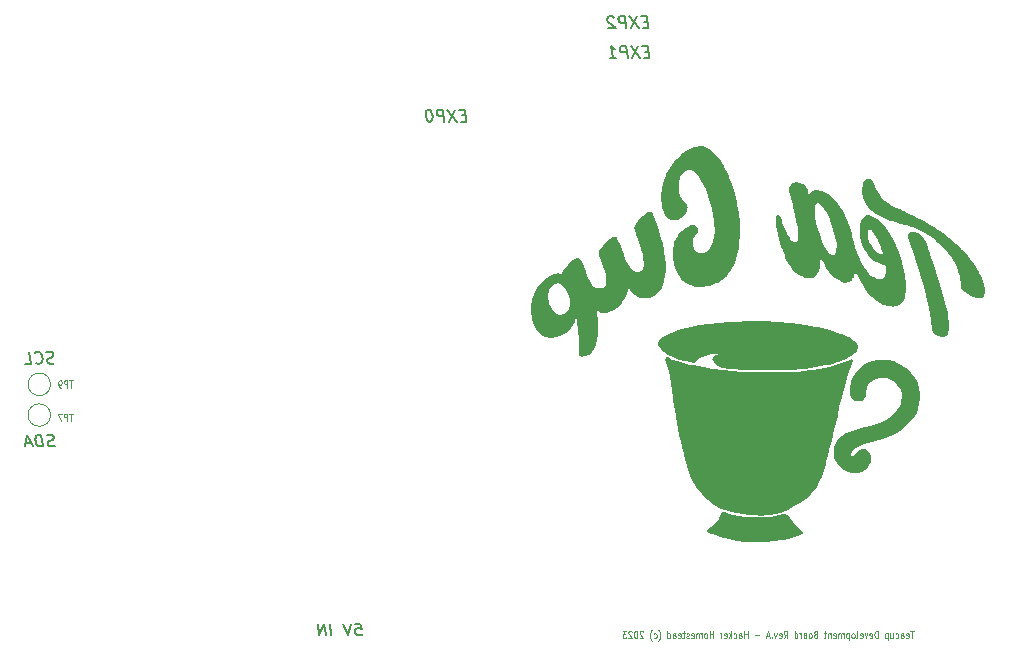
<source format=gbr>
%TF.GenerationSoftware,KiCad,Pcbnew,(6.0.6-0)*%
%TF.CreationDate,2023-04-01T16:22:28+01:00*%
%TF.ProjectId,Teacup,54656163-7570-42e6-9b69-6361645f7063,A*%
%TF.SameCoordinates,Original*%
%TF.FileFunction,Legend,Bot*%
%TF.FilePolarity,Positive*%
%FSLAX46Y46*%
G04 Gerber Fmt 4.6, Leading zero omitted, Abs format (unit mm)*
G04 Created by KiCad (PCBNEW (6.0.6-0)) date 2023-04-01 16:22:28*
%MOMM*%
%LPD*%
G01*
G04 APERTURE LIST*
%ADD10C,0.150000*%
%ADD11C,0.120000*%
G04 APERTURE END LIST*
D10*
X201295863Y-61628571D02*
X200962529Y-61628571D01*
X200885148Y-62152380D02*
X201361339Y-62152380D01*
X201236339Y-61152380D01*
X200760148Y-61152380D01*
X200426815Y-61152380D02*
X199885148Y-62152380D01*
X199760148Y-61152380D02*
X200551815Y-62152380D01*
X199504196Y-62152380D02*
X199379196Y-61152380D01*
X198998244Y-61152380D01*
X198908958Y-61200000D01*
X198867291Y-61247619D01*
X198831577Y-61342857D01*
X198849434Y-61485714D01*
X198908958Y-61580952D01*
X198962529Y-61628571D01*
X199063720Y-61676190D01*
X199444672Y-61676190D01*
X198188720Y-61152380D02*
X198093482Y-61152380D01*
X198004196Y-61200000D01*
X197962529Y-61247619D01*
X197926815Y-61342857D01*
X197903005Y-61533333D01*
X197932767Y-61771428D01*
X198004196Y-61961904D01*
X198063720Y-62057142D01*
X198117291Y-62104761D01*
X198218482Y-62152380D01*
X198313720Y-62152380D01*
X198403005Y-62104761D01*
X198444672Y-62057142D01*
X198480386Y-61961904D01*
X198504196Y-61771428D01*
X198474434Y-61533333D01*
X198403005Y-61342857D01*
X198343482Y-61247619D01*
X198289910Y-61200000D01*
X198188720Y-61152380D01*
D11*
X239245238Y-105271428D02*
X238959523Y-105271428D01*
X239102380Y-105871428D02*
X239102380Y-105271428D01*
X238602380Y-105842857D02*
X238650000Y-105871428D01*
X238745238Y-105871428D01*
X238792857Y-105842857D01*
X238816666Y-105785714D01*
X238816666Y-105557142D01*
X238792857Y-105500000D01*
X238745238Y-105471428D01*
X238650000Y-105471428D01*
X238602380Y-105500000D01*
X238578571Y-105557142D01*
X238578571Y-105614285D01*
X238816666Y-105671428D01*
X238150000Y-105871428D02*
X238150000Y-105557142D01*
X238173809Y-105500000D01*
X238221428Y-105471428D01*
X238316666Y-105471428D01*
X238364285Y-105500000D01*
X238150000Y-105842857D02*
X238197619Y-105871428D01*
X238316666Y-105871428D01*
X238364285Y-105842857D01*
X238388095Y-105785714D01*
X238388095Y-105728571D01*
X238364285Y-105671428D01*
X238316666Y-105642857D01*
X238197619Y-105642857D01*
X238150000Y-105614285D01*
X237697619Y-105842857D02*
X237745238Y-105871428D01*
X237840476Y-105871428D01*
X237888095Y-105842857D01*
X237911904Y-105814285D01*
X237935714Y-105757142D01*
X237935714Y-105585714D01*
X237911904Y-105528571D01*
X237888095Y-105500000D01*
X237840476Y-105471428D01*
X237745238Y-105471428D01*
X237697619Y-105500000D01*
X237269047Y-105471428D02*
X237269047Y-105871428D01*
X237483333Y-105471428D02*
X237483333Y-105785714D01*
X237459523Y-105842857D01*
X237411904Y-105871428D01*
X237340476Y-105871428D01*
X237292857Y-105842857D01*
X237269047Y-105814285D01*
X237030952Y-105471428D02*
X237030952Y-106071428D01*
X237030952Y-105500000D02*
X236983333Y-105471428D01*
X236888095Y-105471428D01*
X236840476Y-105500000D01*
X236816666Y-105528571D01*
X236792857Y-105585714D01*
X236792857Y-105757142D01*
X236816666Y-105814285D01*
X236840476Y-105842857D01*
X236888095Y-105871428D01*
X236983333Y-105871428D01*
X237030952Y-105842857D01*
X236197619Y-105871428D02*
X236197619Y-105271428D01*
X236078571Y-105271428D01*
X236007142Y-105300000D01*
X235959523Y-105357142D01*
X235935714Y-105414285D01*
X235911904Y-105528571D01*
X235911904Y-105614285D01*
X235935714Y-105728571D01*
X235959523Y-105785714D01*
X236007142Y-105842857D01*
X236078571Y-105871428D01*
X236197619Y-105871428D01*
X235507142Y-105842857D02*
X235554761Y-105871428D01*
X235650000Y-105871428D01*
X235697619Y-105842857D01*
X235721428Y-105785714D01*
X235721428Y-105557142D01*
X235697619Y-105500000D01*
X235650000Y-105471428D01*
X235554761Y-105471428D01*
X235507142Y-105500000D01*
X235483333Y-105557142D01*
X235483333Y-105614285D01*
X235721428Y-105671428D01*
X235316666Y-105471428D02*
X235197619Y-105871428D01*
X235078571Y-105471428D01*
X234697619Y-105842857D02*
X234745238Y-105871428D01*
X234840476Y-105871428D01*
X234888095Y-105842857D01*
X234911904Y-105785714D01*
X234911904Y-105557142D01*
X234888095Y-105500000D01*
X234840476Y-105471428D01*
X234745238Y-105471428D01*
X234697619Y-105500000D01*
X234673809Y-105557142D01*
X234673809Y-105614285D01*
X234911904Y-105671428D01*
X234388095Y-105871428D02*
X234435714Y-105842857D01*
X234459523Y-105785714D01*
X234459523Y-105271428D01*
X234126190Y-105871428D02*
X234173809Y-105842857D01*
X234197619Y-105814285D01*
X234221428Y-105757142D01*
X234221428Y-105585714D01*
X234197619Y-105528571D01*
X234173809Y-105500000D01*
X234126190Y-105471428D01*
X234054761Y-105471428D01*
X234007142Y-105500000D01*
X233983333Y-105528571D01*
X233959523Y-105585714D01*
X233959523Y-105757142D01*
X233983333Y-105814285D01*
X234007142Y-105842857D01*
X234054761Y-105871428D01*
X234126190Y-105871428D01*
X233745238Y-105471428D02*
X233745238Y-106071428D01*
X233745238Y-105500000D02*
X233697619Y-105471428D01*
X233602380Y-105471428D01*
X233554761Y-105500000D01*
X233530952Y-105528571D01*
X233507142Y-105585714D01*
X233507142Y-105757142D01*
X233530952Y-105814285D01*
X233554761Y-105842857D01*
X233602380Y-105871428D01*
X233697619Y-105871428D01*
X233745238Y-105842857D01*
X233292857Y-105871428D02*
X233292857Y-105471428D01*
X233292857Y-105528571D02*
X233269047Y-105500000D01*
X233221428Y-105471428D01*
X233150000Y-105471428D01*
X233102380Y-105500000D01*
X233078571Y-105557142D01*
X233078571Y-105871428D01*
X233078571Y-105557142D02*
X233054761Y-105500000D01*
X233007142Y-105471428D01*
X232935714Y-105471428D01*
X232888095Y-105500000D01*
X232864285Y-105557142D01*
X232864285Y-105871428D01*
X232435714Y-105842857D02*
X232483333Y-105871428D01*
X232578571Y-105871428D01*
X232626190Y-105842857D01*
X232650000Y-105785714D01*
X232650000Y-105557142D01*
X232626190Y-105500000D01*
X232578571Y-105471428D01*
X232483333Y-105471428D01*
X232435714Y-105500000D01*
X232411904Y-105557142D01*
X232411904Y-105614285D01*
X232650000Y-105671428D01*
X232197619Y-105471428D02*
X232197619Y-105871428D01*
X232197619Y-105528571D02*
X232173809Y-105500000D01*
X232126190Y-105471428D01*
X232054761Y-105471428D01*
X232007142Y-105500000D01*
X231983333Y-105557142D01*
X231983333Y-105871428D01*
X231816666Y-105471428D02*
X231626190Y-105471428D01*
X231745238Y-105271428D02*
X231745238Y-105785714D01*
X231721428Y-105842857D01*
X231673809Y-105871428D01*
X231626190Y-105871428D01*
X230911904Y-105557142D02*
X230840476Y-105585714D01*
X230816666Y-105614285D01*
X230792857Y-105671428D01*
X230792857Y-105757142D01*
X230816666Y-105814285D01*
X230840476Y-105842857D01*
X230888095Y-105871428D01*
X231078571Y-105871428D01*
X231078571Y-105271428D01*
X230911904Y-105271428D01*
X230864285Y-105300000D01*
X230840476Y-105328571D01*
X230816666Y-105385714D01*
X230816666Y-105442857D01*
X230840476Y-105500000D01*
X230864285Y-105528571D01*
X230911904Y-105557142D01*
X231078571Y-105557142D01*
X230507142Y-105871428D02*
X230554761Y-105842857D01*
X230578571Y-105814285D01*
X230602380Y-105757142D01*
X230602380Y-105585714D01*
X230578571Y-105528571D01*
X230554761Y-105500000D01*
X230507142Y-105471428D01*
X230435714Y-105471428D01*
X230388095Y-105500000D01*
X230364285Y-105528571D01*
X230340476Y-105585714D01*
X230340476Y-105757142D01*
X230364285Y-105814285D01*
X230388095Y-105842857D01*
X230435714Y-105871428D01*
X230507142Y-105871428D01*
X229911904Y-105871428D02*
X229911904Y-105557142D01*
X229935714Y-105500000D01*
X229983333Y-105471428D01*
X230078571Y-105471428D01*
X230126190Y-105500000D01*
X229911904Y-105842857D02*
X229959523Y-105871428D01*
X230078571Y-105871428D01*
X230126190Y-105842857D01*
X230150000Y-105785714D01*
X230150000Y-105728571D01*
X230126190Y-105671428D01*
X230078571Y-105642857D01*
X229959523Y-105642857D01*
X229911904Y-105614285D01*
X229673809Y-105871428D02*
X229673809Y-105471428D01*
X229673809Y-105585714D02*
X229650000Y-105528571D01*
X229626190Y-105500000D01*
X229578571Y-105471428D01*
X229530952Y-105471428D01*
X229150000Y-105871428D02*
X229150000Y-105271428D01*
X229150000Y-105842857D02*
X229197619Y-105871428D01*
X229292857Y-105871428D01*
X229340476Y-105842857D01*
X229364285Y-105814285D01*
X229388095Y-105757142D01*
X229388095Y-105585714D01*
X229364285Y-105528571D01*
X229340476Y-105500000D01*
X229292857Y-105471428D01*
X229197619Y-105471428D01*
X229150000Y-105500000D01*
X228245238Y-105871428D02*
X228411904Y-105585714D01*
X228530952Y-105871428D02*
X228530952Y-105271428D01*
X228340476Y-105271428D01*
X228292857Y-105300000D01*
X228269047Y-105328571D01*
X228245238Y-105385714D01*
X228245238Y-105471428D01*
X228269047Y-105528571D01*
X228292857Y-105557142D01*
X228340476Y-105585714D01*
X228530952Y-105585714D01*
X227840476Y-105842857D02*
X227888095Y-105871428D01*
X227983333Y-105871428D01*
X228030952Y-105842857D01*
X228054761Y-105785714D01*
X228054761Y-105557142D01*
X228030952Y-105500000D01*
X227983333Y-105471428D01*
X227888095Y-105471428D01*
X227840476Y-105500000D01*
X227816666Y-105557142D01*
X227816666Y-105614285D01*
X228054761Y-105671428D01*
X227650000Y-105471428D02*
X227530952Y-105871428D01*
X227411904Y-105471428D01*
X227221428Y-105814285D02*
X227197619Y-105842857D01*
X227221428Y-105871428D01*
X227245238Y-105842857D01*
X227221428Y-105814285D01*
X227221428Y-105871428D01*
X227007142Y-105700000D02*
X226769047Y-105700000D01*
X227054761Y-105871428D02*
X226888095Y-105271428D01*
X226721428Y-105871428D01*
X226173809Y-105642857D02*
X225792857Y-105642857D01*
X225173809Y-105871428D02*
X225173809Y-105271428D01*
X225173809Y-105557142D02*
X224888095Y-105557142D01*
X224888095Y-105871428D02*
X224888095Y-105271428D01*
X224435714Y-105871428D02*
X224435714Y-105557142D01*
X224459523Y-105500000D01*
X224507142Y-105471428D01*
X224602380Y-105471428D01*
X224650000Y-105500000D01*
X224435714Y-105842857D02*
X224483333Y-105871428D01*
X224602380Y-105871428D01*
X224650000Y-105842857D01*
X224673809Y-105785714D01*
X224673809Y-105728571D01*
X224650000Y-105671428D01*
X224602380Y-105642857D01*
X224483333Y-105642857D01*
X224435714Y-105614285D01*
X223983333Y-105842857D02*
X224030952Y-105871428D01*
X224126190Y-105871428D01*
X224173809Y-105842857D01*
X224197619Y-105814285D01*
X224221428Y-105757142D01*
X224221428Y-105585714D01*
X224197619Y-105528571D01*
X224173809Y-105500000D01*
X224126190Y-105471428D01*
X224030952Y-105471428D01*
X223983333Y-105500000D01*
X223769047Y-105871428D02*
X223769047Y-105271428D01*
X223721428Y-105642857D02*
X223578571Y-105871428D01*
X223578571Y-105471428D02*
X223769047Y-105700000D01*
X223173809Y-105842857D02*
X223221428Y-105871428D01*
X223316666Y-105871428D01*
X223364285Y-105842857D01*
X223388095Y-105785714D01*
X223388095Y-105557142D01*
X223364285Y-105500000D01*
X223316666Y-105471428D01*
X223221428Y-105471428D01*
X223173809Y-105500000D01*
X223150000Y-105557142D01*
X223150000Y-105614285D01*
X223388095Y-105671428D01*
X222935714Y-105871428D02*
X222935714Y-105471428D01*
X222935714Y-105585714D02*
X222911904Y-105528571D01*
X222888095Y-105500000D01*
X222840476Y-105471428D01*
X222792857Y-105471428D01*
X222245238Y-105871428D02*
X222245238Y-105271428D01*
X222245238Y-105557142D02*
X221959523Y-105557142D01*
X221959523Y-105871428D02*
X221959523Y-105271428D01*
X221650000Y-105871428D02*
X221697619Y-105842857D01*
X221721428Y-105814285D01*
X221745238Y-105757142D01*
X221745238Y-105585714D01*
X221721428Y-105528571D01*
X221697619Y-105500000D01*
X221650000Y-105471428D01*
X221578571Y-105471428D01*
X221530952Y-105500000D01*
X221507142Y-105528571D01*
X221483333Y-105585714D01*
X221483333Y-105757142D01*
X221507142Y-105814285D01*
X221530952Y-105842857D01*
X221578571Y-105871428D01*
X221650000Y-105871428D01*
X221269047Y-105871428D02*
X221269047Y-105471428D01*
X221269047Y-105528571D02*
X221245238Y-105500000D01*
X221197619Y-105471428D01*
X221126190Y-105471428D01*
X221078571Y-105500000D01*
X221054761Y-105557142D01*
X221054761Y-105871428D01*
X221054761Y-105557142D02*
X221030952Y-105500000D01*
X220983333Y-105471428D01*
X220911904Y-105471428D01*
X220864285Y-105500000D01*
X220840476Y-105557142D01*
X220840476Y-105871428D01*
X220411904Y-105842857D02*
X220459523Y-105871428D01*
X220554761Y-105871428D01*
X220602380Y-105842857D01*
X220626190Y-105785714D01*
X220626190Y-105557142D01*
X220602380Y-105500000D01*
X220554761Y-105471428D01*
X220459523Y-105471428D01*
X220411904Y-105500000D01*
X220388095Y-105557142D01*
X220388095Y-105614285D01*
X220626190Y-105671428D01*
X220197619Y-105842857D02*
X220150000Y-105871428D01*
X220054761Y-105871428D01*
X220007142Y-105842857D01*
X219983333Y-105785714D01*
X219983333Y-105757142D01*
X220007142Y-105700000D01*
X220054761Y-105671428D01*
X220126190Y-105671428D01*
X220173809Y-105642857D01*
X220197619Y-105585714D01*
X220197619Y-105557142D01*
X220173809Y-105500000D01*
X220126190Y-105471428D01*
X220054761Y-105471428D01*
X220007142Y-105500000D01*
X219840476Y-105471428D02*
X219650000Y-105471428D01*
X219769047Y-105271428D02*
X219769047Y-105785714D01*
X219745238Y-105842857D01*
X219697619Y-105871428D01*
X219650000Y-105871428D01*
X219292857Y-105842857D02*
X219340476Y-105871428D01*
X219435714Y-105871428D01*
X219483333Y-105842857D01*
X219507142Y-105785714D01*
X219507142Y-105557142D01*
X219483333Y-105500000D01*
X219435714Y-105471428D01*
X219340476Y-105471428D01*
X219292857Y-105500000D01*
X219269047Y-105557142D01*
X219269047Y-105614285D01*
X219507142Y-105671428D01*
X218840476Y-105871428D02*
X218840476Y-105557142D01*
X218864285Y-105500000D01*
X218911904Y-105471428D01*
X219007142Y-105471428D01*
X219054761Y-105500000D01*
X218840476Y-105842857D02*
X218888095Y-105871428D01*
X219007142Y-105871428D01*
X219054761Y-105842857D01*
X219078571Y-105785714D01*
X219078571Y-105728571D01*
X219054761Y-105671428D01*
X219007142Y-105642857D01*
X218888095Y-105642857D01*
X218840476Y-105614285D01*
X218388095Y-105871428D02*
X218388095Y-105271428D01*
X218388095Y-105842857D02*
X218435714Y-105871428D01*
X218530952Y-105871428D01*
X218578571Y-105842857D01*
X218602380Y-105814285D01*
X218626190Y-105757142D01*
X218626190Y-105585714D01*
X218602380Y-105528571D01*
X218578571Y-105500000D01*
X218530952Y-105471428D01*
X218435714Y-105471428D01*
X218388095Y-105500000D01*
X217626190Y-106100000D02*
X217650000Y-106071428D01*
X217697619Y-105985714D01*
X217721428Y-105928571D01*
X217745238Y-105842857D01*
X217769047Y-105700000D01*
X217769047Y-105585714D01*
X217745238Y-105442857D01*
X217721428Y-105357142D01*
X217697619Y-105300000D01*
X217650000Y-105214285D01*
X217626190Y-105185714D01*
X217221428Y-105842857D02*
X217269047Y-105871428D01*
X217364285Y-105871428D01*
X217411904Y-105842857D01*
X217435714Y-105814285D01*
X217459523Y-105757142D01*
X217459523Y-105585714D01*
X217435714Y-105528571D01*
X217411904Y-105500000D01*
X217364285Y-105471428D01*
X217269047Y-105471428D01*
X217221428Y-105500000D01*
X217054761Y-106100000D02*
X217030952Y-106071428D01*
X216983333Y-105985714D01*
X216959523Y-105928571D01*
X216935714Y-105842857D01*
X216911904Y-105700000D01*
X216911904Y-105585714D01*
X216935714Y-105442857D01*
X216959523Y-105357142D01*
X216983333Y-105300000D01*
X217030952Y-105214285D01*
X217054761Y-105185714D01*
X216316666Y-105328571D02*
X216292857Y-105300000D01*
X216245238Y-105271428D01*
X216126190Y-105271428D01*
X216078571Y-105300000D01*
X216054761Y-105328571D01*
X216030952Y-105385714D01*
X216030952Y-105442857D01*
X216054761Y-105528571D01*
X216340476Y-105871428D01*
X216030952Y-105871428D01*
X215721428Y-105271428D02*
X215673809Y-105271428D01*
X215626190Y-105300000D01*
X215602380Y-105328571D01*
X215578571Y-105385714D01*
X215554761Y-105500000D01*
X215554761Y-105642857D01*
X215578571Y-105757142D01*
X215602380Y-105814285D01*
X215626190Y-105842857D01*
X215673809Y-105871428D01*
X215721428Y-105871428D01*
X215769047Y-105842857D01*
X215792857Y-105814285D01*
X215816666Y-105757142D01*
X215840476Y-105642857D01*
X215840476Y-105500000D01*
X215816666Y-105385714D01*
X215792857Y-105328571D01*
X215769047Y-105300000D01*
X215721428Y-105271428D01*
X215364285Y-105328571D02*
X215340476Y-105300000D01*
X215292857Y-105271428D01*
X215173809Y-105271428D01*
X215126190Y-105300000D01*
X215102380Y-105328571D01*
X215078571Y-105385714D01*
X215078571Y-105442857D01*
X215102380Y-105528571D01*
X215388095Y-105871428D01*
X215078571Y-105871428D01*
X214911904Y-105271428D02*
X214602380Y-105271428D01*
X214769047Y-105500000D01*
X214697619Y-105500000D01*
X214650000Y-105528571D01*
X214626190Y-105557142D01*
X214602380Y-105614285D01*
X214602380Y-105757142D01*
X214626190Y-105814285D01*
X214650000Y-105842857D01*
X214697619Y-105871428D01*
X214840476Y-105871428D01*
X214888095Y-105842857D01*
X214911904Y-105814285D01*
D10*
X166479196Y-82604761D02*
X166342291Y-82652380D01*
X166104196Y-82652380D01*
X166003005Y-82604761D01*
X165949434Y-82557142D01*
X165889910Y-82461904D01*
X165878005Y-82366666D01*
X165913720Y-82271428D01*
X165955386Y-82223809D01*
X166044672Y-82176190D01*
X166229196Y-82128571D01*
X166318482Y-82080952D01*
X166360148Y-82033333D01*
X166395863Y-81938095D01*
X166383958Y-81842857D01*
X166324434Y-81747619D01*
X166270863Y-81700000D01*
X166169672Y-81652380D01*
X165931577Y-81652380D01*
X165794672Y-81700000D01*
X164901815Y-82557142D02*
X164955386Y-82604761D01*
X165104196Y-82652380D01*
X165199434Y-82652380D01*
X165336339Y-82604761D01*
X165419672Y-82509523D01*
X165455386Y-82414285D01*
X165479196Y-82223809D01*
X165461339Y-82080952D01*
X165389910Y-81890476D01*
X165330386Y-81795238D01*
X165223244Y-81700000D01*
X165074434Y-81652380D01*
X164979196Y-81652380D01*
X164842291Y-81700000D01*
X164800625Y-81747619D01*
X164008958Y-82652380D02*
X164485148Y-82652380D01*
X164360148Y-81652380D01*
X191903005Y-104652380D02*
X192379196Y-104652380D01*
X192486339Y-105128571D01*
X192432767Y-105080952D01*
X192331577Y-105033333D01*
X192093482Y-105033333D01*
X192004196Y-105080952D01*
X191962529Y-105128571D01*
X191926815Y-105223809D01*
X191956577Y-105461904D01*
X192016101Y-105557142D01*
X192069672Y-105604761D01*
X192170863Y-105652380D01*
X192408958Y-105652380D01*
X192498244Y-105604761D01*
X192539910Y-105557142D01*
X191569672Y-104652380D02*
X191361339Y-105652380D01*
X190903005Y-104652380D01*
X189932767Y-105652380D02*
X189807767Y-104652380D01*
X189456577Y-105652380D02*
X189331577Y-104652380D01*
X188885148Y-105652380D01*
X188760148Y-104652380D01*
X166503005Y-89604761D02*
X166366101Y-89652380D01*
X166128005Y-89652380D01*
X166026815Y-89604761D01*
X165973244Y-89557142D01*
X165913720Y-89461904D01*
X165901815Y-89366666D01*
X165937529Y-89271428D01*
X165979196Y-89223809D01*
X166068482Y-89176190D01*
X166253005Y-89128571D01*
X166342291Y-89080952D01*
X166383958Y-89033333D01*
X166419672Y-88938095D01*
X166407767Y-88842857D01*
X166348244Y-88747619D01*
X166294672Y-88700000D01*
X166193482Y-88652380D01*
X165955386Y-88652380D01*
X165818482Y-88700000D01*
X165508958Y-89652380D02*
X165383958Y-88652380D01*
X165145863Y-88652380D01*
X165008958Y-88700000D01*
X164925625Y-88795238D01*
X164889910Y-88890476D01*
X164866101Y-89080952D01*
X164883958Y-89223809D01*
X164955386Y-89414285D01*
X165014910Y-89509523D01*
X165122053Y-89604761D01*
X165270863Y-89652380D01*
X165508958Y-89652380D01*
X164520863Y-89366666D02*
X164044672Y-89366666D01*
X164651815Y-89652380D02*
X164193482Y-88652380D01*
X163985148Y-89652380D01*
X216795863Y-56228571D02*
X216462529Y-56228571D01*
X216385148Y-56752380D02*
X216861339Y-56752380D01*
X216736339Y-55752380D01*
X216260148Y-55752380D01*
X215926815Y-55752380D02*
X215385148Y-56752380D01*
X215260148Y-55752380D02*
X216051815Y-56752380D01*
X215004196Y-56752380D02*
X214879196Y-55752380D01*
X214498244Y-55752380D01*
X214408958Y-55800000D01*
X214367291Y-55847619D01*
X214331577Y-55942857D01*
X214349434Y-56085714D01*
X214408958Y-56180952D01*
X214462529Y-56228571D01*
X214563720Y-56276190D01*
X214944672Y-56276190D01*
X213480386Y-56752380D02*
X214051815Y-56752380D01*
X213766101Y-56752380D02*
X213641101Y-55752380D01*
X213754196Y-55895238D01*
X213861339Y-55990476D01*
X213962529Y-56038095D01*
X216695863Y-53728571D02*
X216362529Y-53728571D01*
X216285148Y-54252380D02*
X216761339Y-54252380D01*
X216636339Y-53252380D01*
X216160148Y-53252380D01*
X215826815Y-53252380D02*
X215285148Y-54252380D01*
X215160148Y-53252380D02*
X215951815Y-54252380D01*
X214904196Y-54252380D02*
X214779196Y-53252380D01*
X214398244Y-53252380D01*
X214308958Y-53300000D01*
X214267291Y-53347619D01*
X214231577Y-53442857D01*
X214249434Y-53585714D01*
X214308958Y-53680952D01*
X214362529Y-53728571D01*
X214463720Y-53776190D01*
X214844672Y-53776190D01*
X213838720Y-53347619D02*
X213785148Y-53300000D01*
X213683958Y-53252380D01*
X213445863Y-53252380D01*
X213356577Y-53300000D01*
X213314910Y-53347619D01*
X213279196Y-53442857D01*
X213291101Y-53538095D01*
X213356577Y-53680952D01*
X213999434Y-54252380D01*
X213380386Y-54252380D01*
D11*
%TO.C,G\u002A\u002A\u002A*%
X226440476Y-81900000D02*
X226488095Y-81871428D01*
X226559523Y-81871428D01*
X226630952Y-81900000D01*
X226678571Y-81957142D01*
X226702380Y-82014285D01*
X226726190Y-82128571D01*
X226726190Y-82214285D01*
X226702380Y-82328571D01*
X226678571Y-82385714D01*
X226630952Y-82442857D01*
X226559523Y-82471428D01*
X226511904Y-82471428D01*
X226440476Y-82442857D01*
X226416666Y-82414285D01*
X226416666Y-82214285D01*
X226511904Y-82214285D01*
X226130952Y-81871428D02*
X226130952Y-82014285D01*
X226250000Y-81957142D02*
X226130952Y-82014285D01*
X226011904Y-81957142D01*
X226202380Y-82128571D02*
X226130952Y-82014285D01*
X226059523Y-82128571D01*
X225750000Y-81871428D02*
X225750000Y-82014285D01*
X225869047Y-81957142D02*
X225750000Y-82014285D01*
X225630952Y-81957142D01*
X225821428Y-82128571D02*
X225750000Y-82014285D01*
X225678571Y-82128571D01*
X225369047Y-81871428D02*
X225369047Y-82014285D01*
X225488095Y-81957142D02*
X225369047Y-82014285D01*
X225250000Y-81957142D01*
X225440476Y-82128571D02*
X225369047Y-82014285D01*
X225297619Y-82128571D01*
%TO.C,TP7*%
X168030952Y-86871428D02*
X167745238Y-86871428D01*
X167888095Y-87471428D02*
X167888095Y-86871428D01*
X167578571Y-87471428D02*
X167578571Y-86871428D01*
X167388095Y-86871428D01*
X167340476Y-86900000D01*
X167316666Y-86928571D01*
X167292857Y-86985714D01*
X167292857Y-87071428D01*
X167316666Y-87128571D01*
X167340476Y-87157142D01*
X167388095Y-87185714D01*
X167578571Y-87185714D01*
X167126190Y-86871428D02*
X166792857Y-86871428D01*
X167007142Y-87471428D01*
%TO.C,TP9*%
X168030952Y-84071428D02*
X167745238Y-84071428D01*
X167888095Y-84671428D02*
X167888095Y-84071428D01*
X167578571Y-84671428D02*
X167578571Y-84071428D01*
X167388095Y-84071428D01*
X167340476Y-84100000D01*
X167316666Y-84128571D01*
X167292857Y-84185714D01*
X167292857Y-84271428D01*
X167316666Y-84328571D01*
X167340476Y-84357142D01*
X167388095Y-84385714D01*
X167578571Y-84385714D01*
X167054761Y-84671428D02*
X166959523Y-84671428D01*
X166911904Y-84642857D01*
X166888095Y-84614285D01*
X166840476Y-84528571D01*
X166816666Y-84414285D01*
X166816666Y-84185714D01*
X166840476Y-84128571D01*
X166864285Y-84100000D01*
X166911904Y-84071428D01*
X167007142Y-84071428D01*
X167054761Y-84100000D01*
X167078571Y-84128571D01*
X167102380Y-84185714D01*
X167102380Y-84328571D01*
X167078571Y-84385714D01*
X167054761Y-84414285D01*
X167007142Y-84442857D01*
X166911904Y-84442857D01*
X166864285Y-84414285D01*
X166840476Y-84385714D01*
X166816666Y-84328571D01*
%TO.C,G\u002A\u002A\u002A*%
G36*
X214218453Y-77846615D02*
G01*
X214074677Y-77972388D01*
X213963325Y-78059406D01*
X213903900Y-78091913D01*
X213883248Y-78095158D01*
X213783686Y-78130463D01*
X213650690Y-78192111D01*
X213602348Y-78215530D01*
X213464448Y-78270385D01*
X213367511Y-78292308D01*
X213321439Y-78297941D01*
X213254086Y-78335635D01*
X213246566Y-78342778D01*
X213166624Y-78359817D01*
X213038210Y-78354012D01*
X213016374Y-78351179D01*
X212868604Y-78334128D01*
X212761440Y-78324999D01*
X212715387Y-78317833D01*
X212673767Y-78287413D01*
X212639085Y-78258169D01*
X212542102Y-78228721D01*
X212410437Y-78203551D01*
X212443124Y-78485898D01*
X212480414Y-78856575D01*
X212514795Y-79518771D01*
X212500231Y-80108427D01*
X212437452Y-80623036D01*
X212327187Y-81060089D01*
X212170168Y-81417077D01*
X211967123Y-81691492D01*
X211718781Y-81880825D01*
X211425874Y-81982567D01*
X211337154Y-82003059D01*
X211276309Y-82027701D01*
X211242884Y-82043715D01*
X211136432Y-82049946D01*
X211015615Y-82030711D01*
X210932212Y-81991463D01*
X210929087Y-81988024D01*
X210901297Y-81903707D01*
X210892780Y-81736240D01*
X210903103Y-81477952D01*
X210907398Y-81364548D01*
X210904840Y-81088225D01*
X210890057Y-80750338D01*
X210865028Y-80375352D01*
X210831734Y-79987730D01*
X210792155Y-79611936D01*
X210748270Y-79272435D01*
X210702059Y-78993689D01*
X210638731Y-78668048D01*
X210577112Y-78942938D01*
X210526057Y-79124355D01*
X210416781Y-79360894D01*
X210250664Y-79592059D01*
X210011601Y-79843498D01*
X210002067Y-79852655D01*
X209879993Y-79965032D01*
X209774274Y-80045205D01*
X209648799Y-80117154D01*
X209467455Y-80204862D01*
X209460880Y-80207936D01*
X209213524Y-80316804D01*
X209014458Y-80385018D01*
X208826637Y-80422784D01*
X208613018Y-80440312D01*
X208447183Y-80442133D01*
X208126600Y-80400117D01*
X207854134Y-80288202D01*
X207606938Y-80098629D01*
X207485457Y-79977063D01*
X207397062Y-79877465D01*
X207363313Y-79823762D01*
X207353835Y-79794790D01*
X207293918Y-79725642D01*
X207254209Y-79678383D01*
X207178815Y-79537489D01*
X207095174Y-79335130D01*
X207011430Y-79093603D01*
X206935729Y-78835207D01*
X206876216Y-78582238D01*
X206846077Y-78419064D01*
X206821615Y-78206061D01*
X206823176Y-77998389D01*
X206849095Y-77744587D01*
X206921926Y-77341971D01*
X207035991Y-76933038D01*
X207061380Y-76865964D01*
X208302196Y-76865964D01*
X208304523Y-77130989D01*
X208325976Y-77378633D01*
X208366288Y-77570978D01*
X208408218Y-77685654D01*
X208570228Y-77992825D01*
X208778584Y-78242247D01*
X209017282Y-78413209D01*
X209089374Y-78449310D01*
X209219604Y-78510479D01*
X209300635Y-78533898D01*
X209361262Y-78524811D01*
X209430278Y-78488468D01*
X209488745Y-78464965D01*
X209568403Y-78468117D01*
X209599052Y-78472652D01*
X209648514Y-78420730D01*
X209670187Y-78382662D01*
X209734238Y-78342407D01*
X209741887Y-78341953D01*
X209831995Y-78289403D01*
X209932303Y-78165637D01*
X210027343Y-77993643D01*
X210101647Y-77796409D01*
X210109190Y-77770257D01*
X210146106Y-77621809D01*
X210156823Y-77498917D01*
X210141168Y-77360872D01*
X210098968Y-77166966D01*
X210027933Y-76912403D01*
X209889528Y-76565959D01*
X209721779Y-76278408D01*
X209532264Y-76057939D01*
X209328560Y-75912738D01*
X209118243Y-75850994D01*
X208908890Y-75880895D01*
X208804287Y-75932430D01*
X208617203Y-76073897D01*
X208457230Y-76250534D01*
X208358249Y-76428639D01*
X208355988Y-76435444D01*
X208319262Y-76621476D01*
X208302196Y-76865964D01*
X207061380Y-76865964D01*
X207180945Y-76550088D01*
X207347406Y-76217847D01*
X207525990Y-75961040D01*
X207561117Y-75920735D01*
X207686487Y-75783320D01*
X207806315Y-75659975D01*
X207900343Y-75571048D01*
X207948312Y-75536884D01*
X207973297Y-75524127D01*
X208056781Y-75460548D01*
X208171488Y-75361539D01*
X208245791Y-75298996D01*
X208363313Y-75217922D01*
X208442341Y-75186194D01*
X208517175Y-75169336D01*
X208630066Y-75113633D01*
X208694888Y-75080571D01*
X208879754Y-75031205D01*
X209088320Y-75014679D01*
X209270637Y-75036970D01*
X209328700Y-75049437D01*
X209389970Y-75034700D01*
X209446243Y-74965027D01*
X209519222Y-74821616D01*
X209607856Y-74674355D01*
X209763280Y-74472174D01*
X209955190Y-74255499D01*
X210160555Y-74048716D01*
X210356344Y-73876215D01*
X210519526Y-73762383D01*
X210600006Y-73721139D01*
X210777610Y-73663002D01*
X210910628Y-73681974D01*
X211013768Y-73778536D01*
X211021988Y-73790818D01*
X211090317Y-73907456D01*
X211169151Y-74059022D01*
X211243731Y-74214868D01*
X211299301Y-74344346D01*
X211321104Y-74416809D01*
X211331672Y-74453089D01*
X211374998Y-74559973D01*
X211440385Y-74705423D01*
X211446936Y-74719596D01*
X211524805Y-74902585D01*
X211613522Y-75130442D01*
X211695141Y-75357257D01*
X211822591Y-75668954D01*
X211998657Y-75957061D01*
X212199176Y-76155089D01*
X212420969Y-76260037D01*
X212660858Y-76268906D01*
X212687052Y-76264676D01*
X212823160Y-76243145D01*
X212910847Y-76229981D01*
X212913262Y-76229577D01*
X212990020Y-76186842D01*
X213086192Y-76100501D01*
X213109328Y-76074630D01*
X213156829Y-76001676D01*
X213184099Y-75906413D01*
X213196409Y-75762912D01*
X213199028Y-75545241D01*
X213197870Y-75462183D01*
X213169472Y-75108423D01*
X213106844Y-74810454D01*
X213106115Y-74808064D01*
X213046956Y-74631279D01*
X212963779Y-74404083D01*
X212867998Y-74155475D01*
X212771024Y-73914458D01*
X212684271Y-73710030D01*
X212619152Y-73571193D01*
X212576715Y-73444603D01*
X212588502Y-73223113D01*
X212692007Y-72970136D01*
X212886065Y-72688189D01*
X213169514Y-72379791D01*
X213253077Y-72299864D01*
X213504613Y-72087961D01*
X213717262Y-71959828D01*
X213897795Y-71912105D01*
X214052978Y-71941435D01*
X214075776Y-71959976D01*
X214145565Y-72060400D01*
X214235417Y-72226782D01*
X214336599Y-72439393D01*
X214440377Y-72678507D01*
X214538018Y-72924397D01*
X214620787Y-73157335D01*
X214679951Y-73357594D01*
X214693725Y-73409034D01*
X214782466Y-73667324D01*
X214903839Y-73947029D01*
X215042997Y-74218658D01*
X215185093Y-74452715D01*
X215315281Y-74619706D01*
X215347660Y-74652336D01*
X215573563Y-74830285D01*
X215792187Y-74920522D01*
X215993990Y-74922652D01*
X216169430Y-74836279D01*
X216308964Y-74661005D01*
X216338834Y-74587427D01*
X216374557Y-74373265D01*
X216375122Y-74092656D01*
X216341951Y-73763580D01*
X216276467Y-73404019D01*
X216180093Y-73031953D01*
X216163634Y-72977106D01*
X216061243Y-72644459D01*
X215966814Y-72351769D01*
X215885155Y-72113154D01*
X215821070Y-71942736D01*
X215779366Y-71854635D01*
X215740603Y-71774496D01*
X215687006Y-71622865D01*
X215634946Y-71445427D01*
X215595711Y-71281122D01*
X215580587Y-71168891D01*
X215607861Y-71019773D01*
X215708466Y-70800511D01*
X215869383Y-70563311D01*
X216076068Y-70326458D01*
X216313974Y-70108238D01*
X216568556Y-69926937D01*
X216742545Y-69837015D01*
X216931039Y-69792995D01*
X217071671Y-69835571D01*
X217166068Y-69964846D01*
X217287678Y-70271196D01*
X217434421Y-70669601D01*
X217575297Y-71079048D01*
X217694100Y-71453846D01*
X217788234Y-71770387D01*
X217864456Y-72034340D01*
X217923452Y-72253182D01*
X217971445Y-72452890D01*
X218014657Y-72659447D01*
X218059313Y-72898831D01*
X218111634Y-73197024D01*
X218183770Y-73666439D01*
X218239995Y-74240497D01*
X218247754Y-74752515D01*
X218207085Y-75217264D01*
X218118027Y-75649520D01*
X218082063Y-75777019D01*
X218014008Y-75992157D01*
X217949296Y-76168091D01*
X217898133Y-76275752D01*
X217808509Y-76396540D01*
X217610430Y-76604561D01*
X217380752Y-76796927D01*
X217157146Y-76939876D01*
X217047518Y-76995184D01*
X216927006Y-77047684D01*
X216811638Y-77080128D01*
X216666383Y-77101570D01*
X216456213Y-77121065D01*
X216366682Y-77127507D01*
X216203295Y-77124542D01*
X216064559Y-77087454D01*
X215898704Y-77005511D01*
X215649324Y-76852939D01*
X215402844Y-76648770D01*
X215192317Y-76399411D01*
X215042030Y-76191945D01*
X215013475Y-76468615D01*
X214948303Y-76768680D01*
X214796354Y-77121194D01*
X214573297Y-77465362D01*
X214543126Y-77498917D01*
X214291469Y-77778797D01*
X214218453Y-77846615D01*
G37*
G36*
X221435599Y-64253850D02*
G01*
X221569792Y-64272487D01*
X221636373Y-64298886D01*
X221669034Y-64325588D01*
X221772506Y-64388829D01*
X221915470Y-64465089D01*
X221944110Y-64480073D01*
X222187568Y-64645634D01*
X222445771Y-64879536D01*
X222697320Y-65160453D01*
X222920819Y-65467061D01*
X223028161Y-65641388D01*
X223163101Y-65878132D01*
X223297661Y-66129313D01*
X223418895Y-66369937D01*
X223513853Y-66575006D01*
X223569589Y-66719527D01*
X223579798Y-66751152D01*
X223633016Y-66893064D01*
X223699847Y-67051462D01*
X223714138Y-67084846D01*
X223776876Y-67251301D01*
X223849375Y-67465770D01*
X223918673Y-67690407D01*
X223924302Y-67709689D01*
X224003846Y-67982164D01*
X224091113Y-68281080D01*
X224168204Y-68545125D01*
X224199561Y-68663940D01*
X224254591Y-68909205D01*
X224313870Y-69208513D01*
X224372086Y-69534557D01*
X224423928Y-69860026D01*
X224468073Y-70167716D01*
X224505287Y-70467518D01*
X224528314Y-70730262D01*
X224539203Y-70989254D01*
X224540003Y-71277796D01*
X224532762Y-71629192D01*
X224524091Y-71878151D01*
X224484166Y-72456420D01*
X224415210Y-72967583D01*
X224312804Y-73433531D01*
X224172528Y-73876152D01*
X223989961Y-74317337D01*
X223949073Y-74399875D01*
X223854945Y-74566350D01*
X223745286Y-74741422D01*
X223636123Y-74901033D01*
X223543487Y-75021127D01*
X223483403Y-75077647D01*
X223475993Y-75081821D01*
X223444970Y-75145192D01*
X223443742Y-75152001D01*
X223397705Y-75219534D01*
X223305426Y-75317833D01*
X223194738Y-75420738D01*
X223093475Y-75502088D01*
X223029470Y-75535721D01*
X223022617Y-75537103D01*
X222953406Y-75579422D01*
X222854637Y-75662130D01*
X222836333Y-75678702D01*
X222736270Y-75756363D01*
X222668954Y-75788566D01*
X222608073Y-75804461D01*
X222480376Y-75850235D01*
X222317751Y-75915236D01*
X222173887Y-75968579D01*
X221956032Y-76031547D01*
X221770845Y-76066524D01*
X221690184Y-76076618D01*
X221543064Y-76103732D01*
X221452881Y-76132428D01*
X221420275Y-76144223D01*
X221282956Y-76157154D01*
X221082486Y-76149265D01*
X220843179Y-76122111D01*
X220589349Y-76077245D01*
X220395979Y-76018185D01*
X220154991Y-75911170D01*
X219915849Y-75777556D01*
X219710117Y-75635150D01*
X219569360Y-75501761D01*
X219544096Y-75469015D01*
X219421901Y-75292285D01*
X219291381Y-75081513D01*
X219175301Y-74874803D01*
X219096428Y-74710257D01*
X219027833Y-74517645D01*
X218934248Y-74146941D01*
X218874351Y-73750399D01*
X218848238Y-73348019D01*
X218856007Y-72959799D01*
X218897757Y-72605736D01*
X218973584Y-72305830D01*
X219083586Y-72080079D01*
X219164774Y-71953950D01*
X219250515Y-71804537D01*
X219373557Y-71622098D01*
X219583819Y-71399280D01*
X219835114Y-71196062D01*
X220097726Y-71039286D01*
X220248585Y-70969784D01*
X220386061Y-70921691D01*
X220497644Y-70910329D01*
X220617318Y-70928448D01*
X220643201Y-70934826D01*
X220837030Y-71028402D01*
X220956777Y-71172940D01*
X220997247Y-71348335D01*
X220953245Y-71534481D01*
X220819577Y-71711272D01*
X220734856Y-71800314D01*
X220647691Y-71950061D01*
X220588971Y-72157046D01*
X220561413Y-72333803D01*
X220561971Y-72634235D01*
X220625630Y-72886871D01*
X220746891Y-73080816D01*
X220920254Y-73205173D01*
X221140217Y-73249047D01*
X221142103Y-73249050D01*
X221247137Y-73259738D01*
X221290730Y-73284936D01*
X221300865Y-73292388D01*
X221377142Y-73284200D01*
X221503649Y-73248000D01*
X221646466Y-73186445D01*
X221896015Y-72998132D01*
X222093797Y-72724285D01*
X222239735Y-72365119D01*
X222333756Y-71920850D01*
X222375784Y-71391691D01*
X222365743Y-70777859D01*
X222345077Y-70530360D01*
X222270229Y-70035261D01*
X222153346Y-69505331D01*
X222001107Y-68959843D01*
X221820192Y-68418072D01*
X221617281Y-67899291D01*
X221399054Y-67422775D01*
X221172189Y-67007797D01*
X220943367Y-66673631D01*
X220791448Y-66516599D01*
X220573625Y-66365954D01*
X220346440Y-66273637D01*
X220138461Y-66254522D01*
X220089864Y-66262970D01*
X219937301Y-66314790D01*
X219791134Y-66393074D01*
X219681320Y-66479740D01*
X219637817Y-66556706D01*
X219634315Y-66579699D01*
X219589389Y-66619330D01*
X219577065Y-66622779D01*
X219526244Y-66691651D01*
X219472517Y-66831968D01*
X219421302Y-67021389D01*
X219378014Y-67237573D01*
X219348069Y-67458179D01*
X219336883Y-67660866D01*
X219339158Y-67802305D01*
X219373266Y-68150767D01*
X219455475Y-68439883D01*
X219594975Y-68695018D01*
X219800957Y-68941532D01*
X219929895Y-69076967D01*
X220023366Y-69187866D01*
X220070396Y-69274553D01*
X220083941Y-69362094D01*
X220076955Y-69475554D01*
X220064693Y-69548458D01*
X220007060Y-69722098D01*
X219918953Y-69901796D01*
X219815688Y-70062200D01*
X219712582Y-70177958D01*
X219624950Y-70223720D01*
X219578594Y-70235061D01*
X219537278Y-70291514D01*
X219509031Y-70344513D01*
X219403802Y-70403685D01*
X219245408Y-70449421D01*
X219060157Y-70477993D01*
X218874361Y-70485672D01*
X218714330Y-70468729D01*
X218606372Y-70423437D01*
X218565809Y-70396788D01*
X218535305Y-70403406D01*
X218526377Y-70416122D01*
X218474129Y-70386792D01*
X218391624Y-70307464D01*
X218297946Y-70197469D01*
X218212179Y-70076134D01*
X218084126Y-69839728D01*
X217956565Y-69475013D01*
X217884107Y-69049893D01*
X217871259Y-68893588D01*
X217869425Y-68373409D01*
X217923581Y-67844849D01*
X218029160Y-67340979D01*
X218181597Y-66894872D01*
X218184862Y-66887195D01*
X218233309Y-66765970D01*
X218288503Y-66619330D01*
X218290629Y-66613548D01*
X218358909Y-66455464D01*
X218433136Y-66318738D01*
X218501368Y-66205762D01*
X218582698Y-66056566D01*
X218648793Y-65943446D01*
X218732550Y-65831122D01*
X218748288Y-65813264D01*
X218836692Y-65701605D01*
X218933376Y-65567259D01*
X218934073Y-65566241D01*
X219032927Y-65442202D01*
X219176084Y-65286045D01*
X219332804Y-65131321D01*
X219344261Y-65120640D01*
X219494853Y-64979770D01*
X219626875Y-64855476D01*
X219712906Y-64773565D01*
X219792017Y-64713933D01*
X219940287Y-64625707D01*
X220113695Y-64538223D01*
X220259707Y-64470129D01*
X220452198Y-64378115D01*
X220601874Y-64304114D01*
X220647138Y-64282313D01*
X220750895Y-64247626D01*
X220789743Y-64263252D01*
X220803143Y-64290478D01*
X220877416Y-64273777D01*
X220950972Y-64255210D01*
X221093827Y-64244140D01*
X221266157Y-64244044D01*
X221435599Y-64253850D01*
G37*
G36*
X239205864Y-71476253D02*
G01*
X239351922Y-71518201D01*
X239576726Y-71587898D01*
X239743997Y-71671981D01*
X239941192Y-71838754D01*
X240120987Y-72054867D01*
X240262209Y-72294284D01*
X240343683Y-72530967D01*
X240362236Y-72603226D01*
X240411826Y-72757753D01*
X240475380Y-72931756D01*
X240508417Y-73017941D01*
X240643912Y-73390077D01*
X240797514Y-73836104D01*
X240963619Y-74337883D01*
X241136628Y-74877280D01*
X241310939Y-75436155D01*
X241480950Y-75996373D01*
X241641061Y-76539797D01*
X241785671Y-77048289D01*
X241909177Y-77503712D01*
X242005980Y-77887930D01*
X242036320Y-78016639D01*
X242102968Y-78317998D01*
X242148193Y-78566579D01*
X242176310Y-78794392D01*
X242191634Y-79033443D01*
X242198480Y-79315740D01*
X242199120Y-79552784D01*
X242188446Y-79825330D01*
X242160372Y-80024123D01*
X242110860Y-80164526D01*
X242035870Y-80261905D01*
X241931361Y-80331622D01*
X241826776Y-80372536D01*
X241705917Y-80395169D01*
X241577478Y-80381424D01*
X241350558Y-80315100D01*
X241126781Y-80210540D01*
X240951831Y-80086446D01*
X240923963Y-80059732D01*
X240830053Y-79950127D01*
X240787886Y-79836670D01*
X240777345Y-79671521D01*
X240777200Y-79660202D01*
X240765366Y-79478135D01*
X240738657Y-79248697D01*
X240702448Y-79018738D01*
X240658827Y-78773244D01*
X240612348Y-78500974D01*
X240574222Y-78267259D01*
X240546099Y-78116182D01*
X240495123Y-77877724D01*
X240427178Y-77579100D01*
X240346885Y-77239295D01*
X240258865Y-76877292D01*
X240167737Y-76512075D01*
X240078121Y-76162628D01*
X239994639Y-75847936D01*
X239921910Y-75586982D01*
X239854774Y-75357054D01*
X239730012Y-74939170D01*
X239593384Y-74491077D01*
X239450602Y-74030831D01*
X239307374Y-73576486D01*
X239169411Y-73146097D01*
X239042422Y-72757719D01*
X238932117Y-72429406D01*
X238844207Y-72179214D01*
X238784612Y-72005164D01*
X238741503Y-71858584D01*
X238725049Y-71773566D01*
X238747948Y-71688837D01*
X238821151Y-71585162D01*
X238915139Y-71510639D01*
X238999091Y-71496437D01*
X239038801Y-71504987D01*
X239075739Y-71479929D01*
X239084224Y-71461435D01*
X239122111Y-71458512D01*
X239205864Y-71476253D01*
G37*
G36*
X218406515Y-82119663D02*
G01*
X218593220Y-82203988D01*
X218610912Y-82212859D01*
X218847227Y-82313717D01*
X219160537Y-82423409D01*
X219530823Y-82535398D01*
X219938067Y-82643148D01*
X220011889Y-82660882D01*
X220300119Y-82724404D01*
X220651328Y-82795453D01*
X221042526Y-82869942D01*
X221450723Y-82943782D01*
X221852928Y-83012885D01*
X222226150Y-83073164D01*
X222547401Y-83120531D01*
X222793688Y-83150898D01*
X223018437Y-83174585D01*
X223318211Y-83207458D01*
X223640618Y-83243805D01*
X223945956Y-83279206D01*
X224030954Y-83288758D01*
X224487567Y-83328100D01*
X225022179Y-83358019D01*
X225617003Y-83378660D01*
X226254251Y-83390167D01*
X226916135Y-83392682D01*
X227584867Y-83386350D01*
X228242659Y-83371315D01*
X228871725Y-83347720D01*
X229454275Y-83315708D01*
X229972522Y-83275424D01*
X230408678Y-83227011D01*
X230677852Y-83189621D01*
X231184363Y-83110508D01*
X231629454Y-83025626D01*
X232039377Y-82928392D01*
X232440385Y-82812222D01*
X232858732Y-82670532D01*
X233320669Y-82496738D01*
X233379399Y-82473931D01*
X233610172Y-82386195D01*
X233804767Y-82315115D01*
X233944209Y-82267485D01*
X234009525Y-82250099D01*
X234015117Y-82250362D01*
X234059387Y-82299698D01*
X234053928Y-82434598D01*
X233998670Y-82655498D01*
X233893543Y-82962828D01*
X233683421Y-83559297D01*
X233388606Y-84515859D01*
X233148224Y-85456410D01*
X233128920Y-85541364D01*
X232948274Y-86333859D01*
X232786418Y-87038905D01*
X232641110Y-87666011D01*
X232510103Y-88224687D01*
X232391156Y-88724443D01*
X232282023Y-89174788D01*
X232180460Y-89585233D01*
X232084223Y-89965286D01*
X232052570Y-90090289D01*
X231979725Y-90385222D01*
X231903201Y-90702563D01*
X231835124Y-90992308D01*
X231789100Y-91181667D01*
X231634882Y-91713604D01*
X231453167Y-92217245D01*
X231251602Y-92674625D01*
X231037831Y-93067781D01*
X230819498Y-93378751D01*
X230520443Y-93701720D01*
X230100174Y-94074283D01*
X229626211Y-94426819D01*
X229123259Y-94742629D01*
X228616018Y-95005015D01*
X228129191Y-95197279D01*
X227880808Y-95270174D01*
X227496839Y-95363387D01*
X227103332Y-95440778D01*
X226751479Y-95491420D01*
X226739776Y-95492652D01*
X226316761Y-95514649D01*
X225833944Y-95503144D01*
X225314118Y-95461555D01*
X224780074Y-95393304D01*
X224254603Y-95301810D01*
X223760498Y-95190495D01*
X223320549Y-95062777D01*
X222957549Y-94922078D01*
X222347588Y-94587941D01*
X221778365Y-94168112D01*
X221267390Y-93676324D01*
X220825935Y-93123438D01*
X220465272Y-92520316D01*
X220384431Y-92336606D01*
X220279405Y-92048370D01*
X220162435Y-91685757D01*
X220036770Y-91261550D01*
X219905663Y-90788536D01*
X219772365Y-90279500D01*
X219640125Y-89747227D01*
X219512195Y-89204504D01*
X219391827Y-88664116D01*
X219282271Y-88138847D01*
X219186779Y-87641484D01*
X219108600Y-87184813D01*
X219079201Y-86998043D01*
X219017832Y-86601852D01*
X218954643Y-86186621D01*
X218892112Y-85769209D01*
X218832714Y-85366480D01*
X218778926Y-84995293D01*
X218733225Y-84672511D01*
X218698088Y-84414995D01*
X218675991Y-84239605D01*
X218664194Y-84146159D01*
X218628618Y-83927469D01*
X218576509Y-83674889D01*
X218504294Y-83373056D01*
X218408398Y-83006609D01*
X218285247Y-82560187D01*
X218261226Y-82471457D01*
X218219106Y-82266512D01*
X218225352Y-82144109D01*
X218285857Y-82097431D01*
X218406515Y-82119663D01*
G37*
G36*
X223216021Y-95224309D02*
G01*
X223230348Y-95229705D01*
X223579013Y-95338824D01*
X224002011Y-95437540D01*
X224474876Y-95522500D01*
X224973145Y-95590347D01*
X225472355Y-95637727D01*
X225948041Y-95661283D01*
X226375739Y-95657662D01*
X226583235Y-95646148D01*
X227043936Y-95606566D01*
X227462878Y-95551171D01*
X227820668Y-95482817D01*
X228097916Y-95404357D01*
X228160494Y-95383053D01*
X228303679Y-95342218D01*
X228398508Y-95326147D01*
X228432155Y-95341632D01*
X228522161Y-95422556D01*
X228642186Y-95557108D01*
X228775612Y-95727597D01*
X228853348Y-95829186D01*
X229048093Y-96064901D01*
X229265526Y-96309751D01*
X229471468Y-96524592D01*
X229543430Y-96596717D01*
X229721817Y-96788816D01*
X229821091Y-96922073D01*
X229842032Y-96997482D01*
X229774141Y-97068824D01*
X229622602Y-97156319D01*
X229403214Y-97250865D01*
X229131163Y-97345036D01*
X229069018Y-97363028D01*
X228848487Y-97416237D01*
X228560694Y-97475724D01*
X228228895Y-97537463D01*
X227876350Y-97597430D01*
X227526318Y-97651601D01*
X227202056Y-97695952D01*
X226926824Y-97726457D01*
X226829886Y-97734017D01*
X226564194Y-97747491D01*
X226245107Y-97756663D01*
X225904478Y-97760767D01*
X225574162Y-97759035D01*
X225334076Y-97754343D01*
X225034171Y-97743238D01*
X224780408Y-97724126D01*
X224540290Y-97693439D01*
X224281321Y-97647611D01*
X223971006Y-97583075D01*
X223688833Y-97519557D01*
X223244446Y-97409235D01*
X222836531Y-97295389D01*
X222475437Y-97181605D01*
X222171516Y-97071466D01*
X221935115Y-96968558D01*
X221776586Y-96876463D01*
X221706278Y-96798767D01*
X221717188Y-96770876D01*
X221790297Y-96688748D01*
X221917350Y-96572926D01*
X222082089Y-96438977D01*
X222212596Y-96335890D01*
X222424134Y-96151315D01*
X222586687Y-95974237D01*
X222725191Y-95775571D01*
X222864578Y-95526233D01*
X222952629Y-95359860D01*
X223020270Y-95250214D01*
X223075151Y-95201009D01*
X223134619Y-95197341D01*
X223216021Y-95224309D01*
G37*
G36*
X235642395Y-67051188D02*
G01*
X235782210Y-67213450D01*
X235894238Y-67471006D01*
X235939582Y-67598999D01*
X236061344Y-67876492D01*
X236207617Y-68149052D01*
X236361240Y-68386158D01*
X236505050Y-68557287D01*
X236553084Y-68605682D01*
X236637563Y-68705468D01*
X236671006Y-68768919D01*
X236671491Y-68773366D01*
X236719250Y-68832087D01*
X236821302Y-68898817D01*
X236833886Y-68905480D01*
X236931554Y-68970105D01*
X236971597Y-69020847D01*
X236978540Y-69031036D01*
X237052143Y-69081747D01*
X237191323Y-69160933D01*
X237377606Y-69259498D01*
X237592518Y-69368348D01*
X237817584Y-69478389D01*
X238034331Y-69580527D01*
X238224283Y-69665667D01*
X238368966Y-69724714D01*
X238449907Y-69748575D01*
X238474077Y-69755367D01*
X238571013Y-69801635D01*
X238700400Y-69876392D01*
X238762890Y-69914346D01*
X238876200Y-69978608D01*
X238937968Y-70006956D01*
X238988067Y-70023496D01*
X239020068Y-70034189D01*
X239113313Y-70054494D01*
X239160430Y-70069198D01*
X239290164Y-70133606D01*
X239433946Y-70226116D01*
X239510454Y-70279093D01*
X239627332Y-70349938D01*
X239696964Y-70378426D01*
X239786304Y-70402841D01*
X239946887Y-70477399D01*
X240154691Y-70592872D01*
X240391801Y-70739941D01*
X240396530Y-70743013D01*
X240543002Y-70836224D01*
X240652776Y-70902551D01*
X240702406Y-70927811D01*
X240724936Y-70937222D01*
X240812844Y-70987118D01*
X240939401Y-71065582D01*
X241012854Y-71112350D01*
X241148291Y-71197559D01*
X241239280Y-71253452D01*
X241313788Y-71299776D01*
X241484743Y-71413863D01*
X241682557Y-71552317D01*
X241879588Y-71695283D01*
X242048192Y-71822904D01*
X242160724Y-71915323D01*
X242240434Y-71986230D01*
X242394734Y-72120135D01*
X242554018Y-72255424D01*
X242664041Y-72352660D01*
X242836342Y-72514023D01*
X243032028Y-72704126D01*
X243226429Y-72899341D01*
X243349097Y-73025007D01*
X243543058Y-73224798D01*
X243685504Y-73374084D01*
X243788932Y-73486651D01*
X243865838Y-73576287D01*
X243928716Y-73656781D01*
X243990064Y-73741919D01*
X244011458Y-73772080D01*
X244097933Y-73889408D01*
X244159100Y-73965711D01*
X244249491Y-74072318D01*
X244457568Y-74387312D01*
X244475909Y-74419531D01*
X244543674Y-74528479D01*
X244588244Y-74585010D01*
X244616277Y-74625462D01*
X244681464Y-74739717D01*
X244771696Y-74907975D01*
X244876458Y-75111046D01*
X244905416Y-75168900D01*
X245101342Y-75614291D01*
X245227827Y-76014076D01*
X245284479Y-76363319D01*
X245270904Y-76657083D01*
X245186710Y-76890431D01*
X245031503Y-77058426D01*
X244997635Y-77077050D01*
X244845432Y-77111126D01*
X244654715Y-77110600D01*
X244466577Y-77077948D01*
X244322112Y-77015648D01*
X244237232Y-76966485D01*
X244152114Y-76939645D01*
X244089516Y-76920718D01*
X243958809Y-76847033D01*
X243792041Y-76731627D01*
X243610408Y-76589410D01*
X243435104Y-76435291D01*
X243210446Y-76224205D01*
X243204432Y-75742773D01*
X243195459Y-75506005D01*
X243165772Y-75256197D01*
X243108510Y-75016645D01*
X243016399Y-74764127D01*
X242882169Y-74475418D01*
X242698547Y-74127298D01*
X242535331Y-73839373D01*
X242351101Y-73548949D01*
X242160342Y-73291917D01*
X241940080Y-73035198D01*
X241823495Y-72907210D01*
X241622535Y-72690711D01*
X241478519Y-72542719D01*
X241386115Y-72457862D01*
X241339993Y-72430769D01*
X241339739Y-72430767D01*
X241278552Y-72397434D01*
X241190602Y-72318048D01*
X241125951Y-72251474D01*
X240995023Y-72127630D01*
X240849296Y-72008976D01*
X240653846Y-71866109D01*
X240645145Y-71859950D01*
X240462924Y-71738037D01*
X240253773Y-71608360D01*
X240039830Y-71483473D01*
X239843228Y-71375930D01*
X239686105Y-71298286D01*
X239590594Y-71263093D01*
X239582395Y-71261481D01*
X239472694Y-71224126D01*
X239338757Y-71161719D01*
X239310010Y-71146936D01*
X239214486Y-71105764D01*
X239175937Y-71103156D01*
X239175774Y-71104418D01*
X239133219Y-71101242D01*
X239038165Y-71060268D01*
X238945041Y-71022814D01*
X238799375Y-70980567D01*
X238646935Y-70947165D01*
X238521770Y-70929898D01*
X238457930Y-70936054D01*
X238436131Y-70935422D01*
X238367978Y-70893206D01*
X238298565Y-70851439D01*
X238172408Y-70807174D01*
X238090713Y-70785992D01*
X237932305Y-70738142D01*
X237752874Y-70678958D01*
X237611890Y-70632968D01*
X237470078Y-70592644D01*
X237388979Y-70577121D01*
X237342300Y-70570989D01*
X237233935Y-70533138D01*
X237077790Y-70457598D01*
X236906710Y-70382525D01*
X236774423Y-70332721D01*
X236706105Y-70318426D01*
X236678321Y-70310834D01*
X236578494Y-70262248D01*
X236428173Y-70179659D01*
X236248030Y-70075351D01*
X236058740Y-69961606D01*
X235880976Y-69850709D01*
X235735412Y-69754943D01*
X235642720Y-69686593D01*
X235607556Y-69653572D01*
X235502615Y-69537937D01*
X235392512Y-69399803D01*
X235340455Y-69330647D01*
X235258577Y-69226307D01*
X235212896Y-69174359D01*
X235162157Y-69108526D01*
X235087924Y-68957721D01*
X235010938Y-68753593D01*
X234941463Y-68520856D01*
X234884699Y-68225835D01*
X234868187Y-67895271D01*
X234901467Y-67593302D01*
X234981032Y-67336177D01*
X235103377Y-67140148D01*
X235264994Y-67021465D01*
X235282279Y-67014605D01*
X235475511Y-66984735D01*
X235642395Y-67051188D01*
G37*
G36*
X238361691Y-74455926D02*
G01*
X238509281Y-75183083D01*
X238603397Y-75942106D01*
X238608526Y-76020304D01*
X238605567Y-76294264D01*
X238577371Y-76588084D01*
X238528706Y-76871798D01*
X238464341Y-77115438D01*
X238389046Y-77289038D01*
X238226951Y-77482678D01*
X237993009Y-77654909D01*
X237735682Y-77762192D01*
X237650285Y-77781890D01*
X237445023Y-77811404D01*
X237282854Y-77809490D01*
X237189589Y-77775519D01*
X237184418Y-77771547D01*
X237104218Y-77749762D01*
X236975772Y-77740485D01*
X236971841Y-77740452D01*
X236810009Y-77718467D01*
X236671006Y-77668341D01*
X236535161Y-77595928D01*
X236382939Y-77521340D01*
X236362109Y-77511237D01*
X236261185Y-77447022D01*
X236220118Y-77393089D01*
X236212571Y-77369757D01*
X236147681Y-77340434D01*
X236110048Y-77324258D01*
X236008864Y-77249993D01*
X235869162Y-77129238D01*
X235709318Y-76977219D01*
X235629375Y-76897626D01*
X235449801Y-76714862D01*
X235316574Y-76569105D01*
X235210328Y-76436886D01*
X235111698Y-76294736D01*
X235001317Y-76119183D01*
X234929573Y-76002509D01*
X234839841Y-75857411D01*
X234779663Y-75761107D01*
X234729863Y-75673698D01*
X234663937Y-75536884D01*
X234608583Y-75409923D01*
X234509073Y-75200662D01*
X234421333Y-75039296D01*
X234353868Y-74940863D01*
X234315183Y-74920395D01*
X234308680Y-74929005D01*
X234266864Y-75015002D01*
X234219663Y-75144612D01*
X234211326Y-75169274D01*
X234151085Y-75302723D01*
X234088364Y-75388715D01*
X234050923Y-75429156D01*
X234015779Y-75513883D01*
X234007041Y-75546850D01*
X233929527Y-75629071D01*
X233796413Y-75706662D01*
X233637810Y-75764204D01*
X233483830Y-75786277D01*
X233427124Y-75783553D01*
X233161476Y-75720328D01*
X232870154Y-75580760D01*
X232570577Y-75374613D01*
X232280165Y-75111651D01*
X232179241Y-75002230D01*
X232094495Y-74897331D01*
X232061933Y-74838209D01*
X232033099Y-74777875D01*
X231956164Y-74690769D01*
X231918294Y-74646430D01*
X231830912Y-74517091D01*
X231724117Y-74337723D01*
X231613073Y-74132977D01*
X231375751Y-73673723D01*
X231341796Y-74080881D01*
X231294228Y-74427111D01*
X231197410Y-74778898D01*
X231060889Y-75062196D01*
X230889414Y-75267530D01*
X230687735Y-75385428D01*
X230678806Y-75388284D01*
X230484163Y-75421110D01*
X230262486Y-75418181D01*
X230055105Y-75382995D01*
X229903353Y-75319049D01*
X229802184Y-75264052D01*
X229696150Y-75236292D01*
X229648524Y-75228472D01*
X229607100Y-75186194D01*
X229598618Y-75163143D01*
X229531941Y-75136095D01*
X229508288Y-75130733D01*
X229410378Y-75067208D01*
X229275661Y-74946140D01*
X229119504Y-74785300D01*
X228957276Y-74602458D01*
X228804346Y-74415386D01*
X228676083Y-74241853D01*
X228587854Y-74099632D01*
X228555029Y-74006492D01*
X228554942Y-74004970D01*
X228526287Y-73942268D01*
X228461786Y-73841265D01*
X228449049Y-73822129D01*
X228371151Y-73673779D01*
X228307112Y-73507890D01*
X228299082Y-73482346D01*
X228231527Y-73291388D01*
X228156744Y-73107101D01*
X228136407Y-73059602D01*
X228037390Y-72788815D01*
X227933707Y-72450721D01*
X227831733Y-72071688D01*
X227737843Y-71678086D01*
X227658411Y-71296283D01*
X227599813Y-70952649D01*
X227568423Y-70673551D01*
X227560875Y-70522479D01*
X227566142Y-70288689D01*
X227601424Y-70135395D01*
X227670272Y-70051531D01*
X227776237Y-70026036D01*
X227782928Y-70026103D01*
X227859699Y-70045978D01*
X227915801Y-70117439D01*
X227970423Y-70264004D01*
X227991811Y-70333828D01*
X228042475Y-70511475D01*
X228077902Y-70652268D01*
X228098231Y-70726651D01*
X228176404Y-70935692D01*
X228305407Y-71227747D01*
X228485808Y-71604142D01*
X228531943Y-71691196D01*
X228645927Y-71875466D01*
X228757427Y-72024245D01*
X228799319Y-72073518D01*
X228875519Y-72172508D01*
X228905720Y-72227100D01*
X228910496Y-72237336D01*
X228976512Y-72279551D01*
X229091411Y-72326621D01*
X229218308Y-72364881D01*
X229320320Y-72380671D01*
X229387938Y-72338779D01*
X229435698Y-72201928D01*
X229438474Y-72185590D01*
X229450621Y-72005699D01*
X229446379Y-71756277D01*
X229427794Y-71463016D01*
X229396908Y-71151609D01*
X229355767Y-70847746D01*
X229306415Y-70577121D01*
X229287325Y-70488420D01*
X229189039Y-70035349D01*
X229106891Y-69664518D01*
X229047622Y-69405977D01*
X230840678Y-69405977D01*
X230841063Y-69608389D01*
X230850273Y-69802380D01*
X230895320Y-70190175D01*
X230972448Y-70614790D01*
X231076313Y-71059169D01*
X231201572Y-71506257D01*
X231342880Y-71938997D01*
X231494894Y-72340333D01*
X231652270Y-72693210D01*
X231809665Y-72980571D01*
X231961735Y-73185361D01*
X232017945Y-73239728D01*
X232172897Y-73353991D01*
X232318742Y-73422074D01*
X232429757Y-73445866D01*
X232516856Y-73432730D01*
X232593229Y-73364366D01*
X232606466Y-73346785D01*
X232661741Y-73206262D01*
X232696880Y-72997456D01*
X232710294Y-72745596D01*
X232700398Y-72475912D01*
X232665605Y-72213634D01*
X232663207Y-72201185D01*
X232604399Y-71933180D01*
X232525785Y-71623519D01*
X232435481Y-71300138D01*
X232341602Y-70990971D01*
X232252265Y-70723954D01*
X232175585Y-70527022D01*
X232123769Y-70409731D01*
X232041813Y-70222849D01*
X231978160Y-70076134D01*
X231892953Y-69905931D01*
X231779772Y-69717089D01*
X231657134Y-69536995D01*
X231543332Y-69392505D01*
X231456657Y-69310473D01*
X231398673Y-69262397D01*
X231360552Y-69192258D01*
X231360493Y-69190595D01*
X231315485Y-69134908D01*
X231211886Y-69082237D01*
X231166626Y-69067905D01*
X231054365Y-69061556D01*
X230948868Y-69123102D01*
X230930881Y-69138211D01*
X230879793Y-69196967D01*
X230851656Y-69277529D01*
X230840678Y-69405977D01*
X229047622Y-69405977D01*
X229037622Y-69362353D01*
X228977971Y-69115279D01*
X228924680Y-68909724D01*
X228874487Y-68732114D01*
X228824134Y-68568875D01*
X228808376Y-68518077D01*
X228746860Y-68284179D01*
X228702699Y-68059191D01*
X228684582Y-67885651D01*
X228684198Y-67816352D01*
X228696926Y-67677641D01*
X228742426Y-67581158D01*
X228836647Y-67484862D01*
X228870536Y-67455676D01*
X228982506Y-67371338D01*
X229061077Y-67329398D01*
X229279507Y-67297835D01*
X229588750Y-67323619D01*
X229868041Y-67429187D01*
X230095562Y-67608649D01*
X230145932Y-67668114D01*
X230226679Y-67785546D01*
X230258662Y-67867617D01*
X230259360Y-67882376D01*
X230277398Y-67994366D01*
X230312144Y-68138539D01*
X230365347Y-68330135D01*
X230499735Y-68154604D01*
X230657852Y-68003563D01*
X230878660Y-67912025D01*
X231132362Y-67910833D01*
X231410651Y-68001385D01*
X231469994Y-68028764D01*
X231660175Y-68108977D01*
X231828695Y-68170994D01*
X231845421Y-68177185D01*
X231978564Y-68255432D01*
X232151631Y-68389755D01*
X232345058Y-68561197D01*
X232539279Y-68750803D01*
X232714729Y-68939616D01*
X232851843Y-69108682D01*
X232931058Y-69239044D01*
X232934234Y-69246538D01*
X233003904Y-69381037D01*
X233075075Y-69478964D01*
X233127747Y-69552878D01*
X233211319Y-69695871D01*
X233312020Y-69882347D01*
X233417409Y-70088008D01*
X233515047Y-70288556D01*
X233592493Y-70459693D01*
X233637307Y-70577121D01*
X233641162Y-70589734D01*
X233681746Y-70708819D01*
X233744840Y-70882591D01*
X233818530Y-71078107D01*
X233899141Y-71307349D01*
X233980245Y-71572426D01*
X234040081Y-71804537D01*
X234044026Y-71822354D01*
X234194215Y-72415048D01*
X234296677Y-72745596D01*
X234379504Y-73012803D01*
X234588067Y-73580533D01*
X234808080Y-74083153D01*
X234855123Y-74177002D01*
X235038679Y-74494160D01*
X235241675Y-74781874D01*
X235452459Y-75027559D01*
X235659378Y-75218629D01*
X235850777Y-75342501D01*
X236015004Y-75386588D01*
X236074683Y-75395705D01*
X236148523Y-75442435D01*
X236148922Y-75443064D01*
X236221438Y-75475760D01*
X236352820Y-75480403D01*
X236507595Y-75461333D01*
X236650293Y-75422888D01*
X236745441Y-75369408D01*
X236834759Y-75230573D01*
X236899141Y-74998970D01*
X236921499Y-74702160D01*
X236921138Y-74641125D01*
X236910024Y-74456778D01*
X236875878Y-74348450D01*
X236808616Y-74297283D01*
X236698157Y-74284418D01*
X236643827Y-74279680D01*
X236481618Y-74237660D01*
X236315252Y-74166308D01*
X236127517Y-74065058D01*
X235895180Y-73934766D01*
X235721832Y-73825878D01*
X235589062Y-73723550D01*
X235478463Y-73612939D01*
X235371625Y-73479202D01*
X235250139Y-73307495D01*
X235010964Y-72902961D01*
X234806131Y-72380240D01*
X234695102Y-71822578D01*
X234687691Y-71569433D01*
X235352854Y-71569433D01*
X235362319Y-71782786D01*
X235398806Y-72025809D01*
X235463484Y-72284415D01*
X235488297Y-72360959D01*
X235662883Y-72727186D01*
X235907780Y-73024104D01*
X236220118Y-73248061D01*
X236379192Y-73328167D01*
X236525531Y-73391522D01*
X236630692Y-73426339D01*
X236671006Y-73423412D01*
X236663702Y-73398085D01*
X236629383Y-73295175D01*
X236573353Y-73132736D01*
X236502731Y-72931575D01*
X236438649Y-72760614D01*
X236312631Y-72461759D01*
X236172030Y-72163406D01*
X236028749Y-71889080D01*
X235894690Y-71662304D01*
X235781755Y-71506601D01*
X235774096Y-71497725D01*
X235699641Y-71394485D01*
X235669033Y-71319869D01*
X235666452Y-71299986D01*
X235636069Y-71294766D01*
X235615720Y-71304476D01*
X235546716Y-71280932D01*
X235474911Y-71248284D01*
X235410319Y-71288094D01*
X235369244Y-71399839D01*
X235352854Y-71569433D01*
X234687691Y-71569433D01*
X234677738Y-71229470D01*
X234713707Y-70869845D01*
X234793452Y-70557159D01*
X234917273Y-70326179D01*
X235087213Y-70171623D01*
X235089943Y-70169966D01*
X235258373Y-70097272D01*
X235437603Y-70086243D01*
X235648497Y-70139062D01*
X235911919Y-70257912D01*
X235961862Y-70284412D01*
X236300993Y-70511150D01*
X236622086Y-70812803D01*
X236930314Y-71195684D01*
X237230852Y-71666104D01*
X237528874Y-72230375D01*
X237531587Y-72235952D01*
X237879493Y-73005329D01*
X238036194Y-73423412D01*
X238153978Y-73737664D01*
X238361691Y-74455926D01*
G37*
G36*
X226911859Y-79062286D02*
G01*
X227468265Y-79089879D01*
X228012719Y-79132404D01*
X228555029Y-79189597D01*
X228586354Y-79193303D01*
X229036761Y-79246537D01*
X229405861Y-79290623D01*
X229710732Y-79328421D01*
X229968449Y-79362792D01*
X230196088Y-79396599D01*
X230410727Y-79432702D01*
X230629442Y-79473962D01*
X230869309Y-79523240D01*
X231147405Y-79583398D01*
X231480805Y-79657296D01*
X231886588Y-79747796D01*
X232047003Y-79786540D01*
X232403253Y-79888445D01*
X232780740Y-80013637D01*
X233149610Y-80151290D01*
X233480009Y-80290577D01*
X233742085Y-80420673D01*
X233895060Y-80510198D01*
X234202661Y-80726535D01*
X234411320Y-80938008D01*
X234520887Y-81146231D01*
X234531212Y-81352814D01*
X234442146Y-81559369D01*
X234253537Y-81767509D01*
X233965237Y-81978846D01*
X233577096Y-82194990D01*
X233513923Y-82225934D01*
X233287346Y-82328541D01*
X233069750Y-82416233D01*
X232900765Y-82472735D01*
X232780229Y-82506878D01*
X232553098Y-82576145D01*
X232337475Y-82646729D01*
X232335068Y-82647553D01*
X232072792Y-82724233D01*
X231731472Y-82804526D01*
X231331781Y-82885003D01*
X230894390Y-82962237D01*
X230439970Y-83032798D01*
X229989195Y-83093259D01*
X229562735Y-83140192D01*
X229181262Y-83170167D01*
X229098150Y-83172903D01*
X228913922Y-83175629D01*
X228650482Y-83177606D01*
X228319428Y-83178811D01*
X227932362Y-83179220D01*
X227500882Y-83178811D01*
X227036590Y-83177560D01*
X226551085Y-83175443D01*
X226136567Y-83173053D01*
X225630225Y-83169110D01*
X225204344Y-83164112D01*
X224847380Y-83157637D01*
X224547790Y-83149263D01*
X224294033Y-83138568D01*
X224074563Y-83125131D01*
X223877838Y-83108528D01*
X223692315Y-83088339D01*
X223506451Y-83064141D01*
X223297483Y-83033461D01*
X222999663Y-82980597D01*
X222801020Y-82930511D01*
X222700928Y-82883062D01*
X222634038Y-82831217D01*
X222564300Y-82798598D01*
X222556482Y-82797379D01*
X222479439Y-82743585D01*
X222384273Y-82632203D01*
X222291232Y-82493061D01*
X222220561Y-82355989D01*
X222192505Y-82250816D01*
X222202240Y-82159796D01*
X222248384Y-82075639D01*
X222349873Y-81994045D01*
X222525480Y-81894954D01*
X222718540Y-81793955D01*
X222392899Y-81819514D01*
X222379681Y-81820617D01*
X222140181Y-81855558D01*
X221856697Y-81917622D01*
X221565102Y-81997095D01*
X221301269Y-82084259D01*
X221101070Y-82169400D01*
X221066115Y-82189726D01*
X220929577Y-82295621D01*
X220802437Y-82425884D01*
X220655816Y-82603760D01*
X220259368Y-82524149D01*
X219952246Y-82458547D01*
X219354083Y-82302199D01*
X218847368Y-82124968D01*
X218427113Y-81924253D01*
X218088331Y-81697451D01*
X217826033Y-81441960D01*
X217635231Y-81155179D01*
X217626110Y-81136410D01*
X217591143Y-80947412D01*
X217648064Y-80750238D01*
X217790778Y-80553559D01*
X218013190Y-80366046D01*
X218309206Y-80196368D01*
X218405486Y-80152076D01*
X218736731Y-80016597D01*
X219122433Y-79878159D01*
X219538233Y-79743982D01*
X219959769Y-79621287D01*
X220362681Y-79517294D01*
X220722607Y-79439225D01*
X221015187Y-79394300D01*
X221858644Y-79309642D01*
X222773289Y-79225245D01*
X223607338Y-79157646D01*
X224370596Y-79106577D01*
X225072871Y-79071773D01*
X225723969Y-79052967D01*
X226333696Y-79049894D01*
X226911859Y-79062286D01*
G37*
G36*
X237110022Y-82365215D02*
G01*
X237532616Y-82465138D01*
X237948520Y-82639820D01*
X238007488Y-82670158D01*
X238213508Y-82782055D01*
X238397227Y-82889929D01*
X238524655Y-82974061D01*
X238583823Y-83019761D01*
X238793452Y-83200491D01*
X239010796Y-83411287D01*
X239214157Y-83629251D01*
X239381836Y-83831483D01*
X239492134Y-83995084D01*
X239620722Y-84296009D01*
X239721966Y-84703363D01*
X239772645Y-85151288D01*
X239772922Y-85615261D01*
X239722963Y-86070758D01*
X239622931Y-86493255D01*
X239472990Y-86858227D01*
X239443561Y-86908586D01*
X239315932Y-87086760D01*
X239135454Y-87304621D01*
X238919393Y-87543526D01*
X238685017Y-87784826D01*
X238449594Y-88009876D01*
X238230391Y-88200030D01*
X238082620Y-88308572D01*
X237791022Y-88487768D01*
X237442558Y-88672312D01*
X237061706Y-88850955D01*
X236672947Y-89012447D01*
X236300760Y-89145538D01*
X235969625Y-89238978D01*
X235726826Y-89297371D01*
X235363718Y-89392920D01*
X235024430Y-89491496D01*
X234727547Y-89587315D01*
X234491653Y-89674594D01*
X234335333Y-89747549D01*
X234238835Y-89816686D01*
X234103980Y-89956481D01*
X233996188Y-90115583D01*
X233932693Y-90266910D01*
X233930727Y-90383382D01*
X233966247Y-90427501D01*
X234048480Y-90462351D01*
X234129480Y-90460248D01*
X234166075Y-90415331D01*
X234187871Y-90361223D01*
X234274078Y-90257595D01*
X234403048Y-90137634D01*
X234550177Y-90021894D01*
X234690864Y-89930930D01*
X234800506Y-89885295D01*
X234838142Y-89878821D01*
X235093012Y-89875309D01*
X235299513Y-89955700D01*
X235469018Y-90124056D01*
X235533039Y-90219637D01*
X235630386Y-90439639D01*
X235649915Y-90669040D01*
X235596667Y-90940056D01*
X235545007Y-91082898D01*
X235371238Y-91375370D01*
X235131373Y-91622232D01*
X234845360Y-91805353D01*
X234533149Y-91906603D01*
X234461729Y-91917152D01*
X234064838Y-91917495D01*
X233674713Y-91820592D01*
X233298408Y-91628934D01*
X232942980Y-91345015D01*
X232713472Y-91093554D01*
X232556458Y-90834419D01*
X232471300Y-90551024D01*
X232445852Y-90215779D01*
X232456021Y-90003178D01*
X232485999Y-89759377D01*
X232528797Y-89559605D01*
X232625537Y-89333945D01*
X232835125Y-89055125D01*
X233134767Y-88795229D01*
X233519240Y-88557373D01*
X233983324Y-88344674D01*
X234521796Y-88160249D01*
X235129436Y-88007216D01*
X235515238Y-87917354D01*
X236140853Y-87729949D01*
X236679742Y-87507217D01*
X237137646Y-87245629D01*
X237520310Y-86941657D01*
X237833476Y-86591773D01*
X238082888Y-86192447D01*
X238140976Y-86045461D01*
X238198405Y-85773871D01*
X238220604Y-85469749D01*
X238205586Y-85170289D01*
X238151358Y-84912682D01*
X238055636Y-84703164D01*
X237861597Y-84434756D01*
X237612297Y-84197577D01*
X237332438Y-84018598D01*
X237281262Y-83993925D01*
X237135591Y-83933388D01*
X236996478Y-83898974D01*
X236828406Y-83884107D01*
X236595858Y-83882210D01*
X236277391Y-83898662D01*
X236020934Y-83948642D01*
X235798586Y-84041634D01*
X235578604Y-84187155D01*
X235529370Y-84227640D01*
X235356444Y-84443310D01*
X235253799Y-84723641D01*
X235219246Y-85074040D01*
X235218817Y-85145742D01*
X235211531Y-85305878D01*
X235185188Y-85413346D01*
X235126867Y-85503727D01*
X235023645Y-85612600D01*
X234931875Y-85700363D01*
X234829200Y-85771465D01*
X234714068Y-85801143D01*
X234542698Y-85807101D01*
X234437191Y-85805450D01*
X234300669Y-85787976D01*
X234199631Y-85738996D01*
X234092569Y-85643418D01*
X233959640Y-85465585D01*
X233872136Y-85215114D01*
X233863291Y-85173115D01*
X233828710Y-84968989D01*
X233820654Y-84791046D01*
X233839816Y-84598550D01*
X233886893Y-84350764D01*
X233945750Y-84115115D01*
X234064668Y-83804286D01*
X234235476Y-83520478D01*
X234477044Y-83227786D01*
X234593424Y-83104292D01*
X234861854Y-82854635D01*
X235127001Y-82669853D01*
X235414528Y-82536928D01*
X235750101Y-82442844D01*
X236159384Y-82374587D01*
X236657249Y-82336570D01*
X237110022Y-82365215D01*
G37*
%TO.C,TP7*%
X166150000Y-87000000D02*
G75*
G03*
X166150000Y-87000000I-950000J0D01*
G01*
%TO.C,TP9*%
X166150000Y-84400000D02*
G75*
G03*
X166150000Y-84400000I-950000J0D01*
G01*
%TD*%
M02*

</source>
